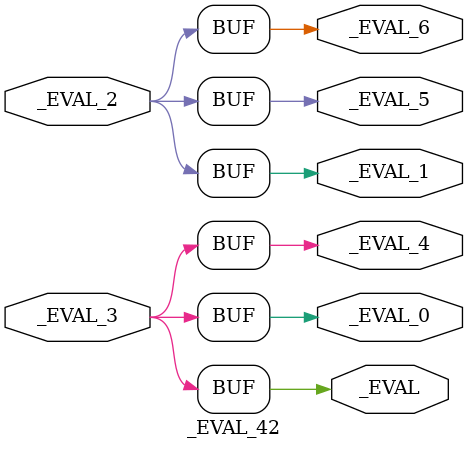
<source format=v>
module _EVAL_42(
  output  _EVAL,
  output  _EVAL_0,
  output  _EVAL_1,
  input   _EVAL_2,
  input   _EVAL_3,
  output  _EVAL_4,
  output  _EVAL_5,
  output  _EVAL_6
);
  assign _EVAL_0 = _EVAL_3;
  assign _EVAL_4 = _EVAL_3;
  assign _EVAL_1 = _EVAL_2;
  assign _EVAL_6 = _EVAL_2;
  assign _EVAL = _EVAL_3;
  assign _EVAL_5 = _EVAL_2;
endmodule

</source>
